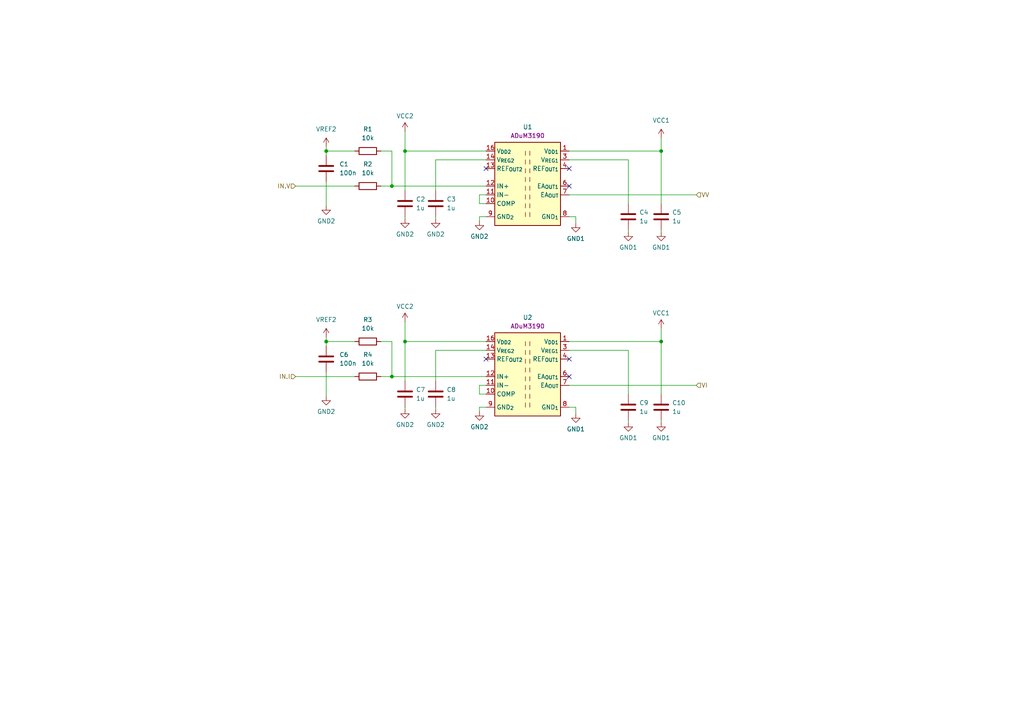
<source format=kicad_sch>
(kicad_sch (version 20231120) (generator "eeschema") (generator_version "8.0")
  (paper "A4")
  (title_block (title "lineScope Isolators ") (date "2024-05-26") (rev "Rev 1.1.0") (company "koszalix"))
  (lib_symbols
    (symbol "ADuM3190_1"
      (property "Reference" "U" (at 37.338 0 0))
      (property "MPN" "ADuM3190" (at 0 0 0))
      (symbol "ADuM3190_1_0_1"
        (polyline (pts (xy 11.43 -17.78) (xy 11.43 -19.05)))
        (polyline (pts (xy 11.43 -16.51) (xy 11.43 -15.24)))
        (polyline (pts (xy 11.43 -12.7) (xy 11.43 -13.97)))
        (polyline (pts (xy 11.43 -11.43) (xy 11.43 -10.16)))
        (polyline (pts (xy 11.43 -7.62) (xy 11.43 -8.89)))
        (polyline (pts (xy 11.43 -6.35) (xy 11.43 -5.08)))
        (polyline (pts (xy 11.43 -2.54) (xy 11.43 -3.81)))
        (polyline (pts (xy 11.43 -1.27) (xy 11.43 0)))
        (polyline (pts (xy 11.43 0) (xy 11.43 0)))
        (polyline (pts (xy 12.7 -17.78) (xy 12.7 -19.05)))
        (polyline (pts (xy 12.7 -16.51) (xy 12.7 -15.24)))
        (polyline (pts (xy 12.7 -12.7) (xy 12.7 -13.97)))
        (polyline (pts (xy 12.7 -11.43) (xy 12.7 -10.16)))
        (polyline (pts (xy 12.7 -7.62) (xy 12.7 -8.89)))
        (polyline (pts (xy 12.7 -6.35) (xy 12.7 -5.08)))
        (polyline (pts (xy 12.7 -2.54) (xy 12.7 -3.81)))
        (polyline (pts (xy 12.7 -1.27) (xy 12.7 0)))
      )
      (symbol "ADuM3190_1_1_1"
        (rectangle (start 2.54 2.54) (end 21.59 -21.59) (stroke (width 0.254)) (fill (type background)))
        (pin power_in line (at 0 0 0) (length 2.54) (name "V_{DD1}") (number "1"))
        (pin output line (at 24.13 -15.24 180) (length 2.54) (name "COMP") (number "10"))
        (pin input line (at 24.13 -12.7 180) (length 2.54) (name "IN-") (number "11"))
        (pin input line (at 24.13 -10.16 180) (length 2.54) (name "IN+") (number "12"))
        (pin power_in line (at 24.13 -5.08 180) (length 2.54) (name "REF_{OUT2}") (number "13"))
        (pin power_out line (at 24.13 -2.54 180) (length 2.54) (name "V_{REG2}") (number "14"))
        (pin passive line (at 24.13 -19.05 180) (length 2.54) hide (name "GND_{2}") (number "15"))
        (pin power_in line (at 24.13 0 180) (length 2.54) (name "V_{DD2}") (number "16"))
        (pin passive line (at 0 -19.05 0) (length 2.54) hide (name "GND_{1}") (number "2"))
        (pin power_out line (at 0 -2.54 0) (length 2.54) (name "V_{REG1}") (number "3"))
        (pin power_in line (at 0 -5.08 0) (length 2.54) (name "REF_{OUT1}") (number "4"))
        (pin no_connect line (at 0 -16.51 0) (length 2.54) hide (name "NC") (number "5"))
        (pin open_collector line (at 0 -10.16 0) (length 2.54) (name "EA_{OUT1}") (number "6"))
        (pin output line (at 0 -12.7 0) (length 2.54) (name "EA_{OUT}") (number "7"))
        (pin power_in line (at 0 -19.05 0) (length 2.54) (name "GND_{1}") (number "8"))
        (pin power_in line (at 24.13 -19.05 180) (length 2.54) (name "GND_{2}") (number "9"))
      )
    )
    (symbol "Koszalix_Capacitors_Ceramic_Walsin_0603:CAP_100n_X7R" (pin_numbers hide) (pin_names (offset 0) hide)
      (property "Reference" "C" (at 3.81 1.27 0))
      (property "Value" "100n" (at 5.08 -1.27 0))
      (symbol "CAP_100n_X7R_0_1"
        (polyline (pts (xy -2.032 -0.762) (xy 2.032 -0.762)) (stroke (width 0.508)))
        (polyline (pts (xy -2.032 0.762) (xy 2.032 0.762)) (stroke (width 0.508)))
      )
      (symbol "CAP_100n_X7R_1_1"
        (pin passive line (at 0 3.81 270) (length 2.794) (name "~") (number "1"))
        (pin passive line (at 0 -3.81 90) (length 2.794) (name "~") (number "2"))
      )
    )
    (symbol "Koszalix_Capacitors_Ceramic_Walsin_0603:CAP_1u_X7R" (pin_numbers hide) (pin_names (offset 0) hide)
      (property "Reference" "C" (at 3.81 1.27 0))
      (property "Value" "1u" (at 5.08 -1.27 0))
      (symbol "CAP_1u_X7R_0_1"
        (polyline (pts (xy -2.032 -0.762) (xy 2.032 -0.762)) (stroke (width 0.508)))
        (polyline (pts (xy -2.032 0.762) (xy 2.032 0.762)) (stroke (width 0.508)))
      )
      (symbol "CAP_1u_X7R_1_1"
        (pin passive line (at 0 3.81 270) (length 2.794) (name "~") (number "1"))
        (pin passive line (at 0 -3.81 90) (length 2.794) (name "~") (number "2"))
      )
    )
    (symbol "Koszalix_Isolators:ADuM3190"
      (property "Reference" "U" (at 37.338 0 0))
      (property "MPN" "ADuM3190" (at 0 0 0))
      (symbol "ADuM3190_0_1"
        (polyline (pts (xy 11.43 -17.78) (xy 11.43 -19.05)))
        (polyline (pts (xy 11.43 -16.51) (xy 11.43 -15.24)))
        (polyline (pts (xy 11.43 -12.7) (xy 11.43 -13.97)))
        (polyline (pts (xy 11.43 -11.43) (xy 11.43 -10.16)))
        (polyline (pts (xy 11.43 -7.62) (xy 11.43 -8.89)))
        (polyline (pts (xy 11.43 -6.35) (xy 11.43 -5.08)))
        (polyline (pts (xy 11.43 -2.54) (xy 11.43 -3.81)))
        (polyline (pts (xy 11.43 -1.27) (xy 11.43 0)))
        (polyline (pts (xy 11.43 0) (xy 11.43 0)))
        (polyline (pts (xy 12.7 -17.78) (xy 12.7 -19.05)))
        (polyline (pts (xy 12.7 -16.51) (xy 12.7 -15.24)))
        (polyline (pts (xy 12.7 -12.7) (xy 12.7 -13.97)))
        (polyline (pts (xy 12.7 -11.43) (xy 12.7 -10.16)))
        (polyline (pts (xy 12.7 -7.62) (xy 12.7 -8.89)))
        (polyline (pts (xy 12.7 -6.35) (xy 12.7 -5.08)))
        (polyline (pts (xy 12.7 -2.54) (xy 12.7 -3.81)))
        (polyline (pts (xy 12.7 -1.27) (xy 12.7 0)))
      )
      (symbol "ADuM3190_1_1"
        (rectangle (start 2.54 2.54) (end 21.59 -21.59) (stroke (width 0.254)) (fill (type background)))
        (pin power_in line (at 0 0 0) (length 2.54) (name "V_{DD1}") (number "1"))
        (pin output line (at 24.13 -15.24 180) (length 2.54) (name "COMP") (number "10"))
        (pin input line (at 24.13 -12.7 180) (length 2.54) (name "IN-") (number "11"))
        (pin input line (at 24.13 -10.16 180) (length 2.54) (name "IN+") (number "12"))
        (pin power_in line (at 24.13 -5.08 180) (length 2.54) (name "REF_{OUT2}") (number "13"))
        (pin power_out line (at 24.13 -2.54 180) (length 2.54) (name "V_{REG2}") (number "14"))
        (pin passive line (at 24.13 -19.05 180) (length 2.54) hide (name "GND_{2}") (number "15"))
        (pin power_in line (at 24.13 0 180) (length 2.54) (name "V_{DD2}") (number "16"))
        (pin passive line (at 0 -19.05 0) (length 2.54) hide (name "GND_{1}") (number "2"))
        (pin power_out line (at 0 -2.54 0) (length 2.54) (name "V_{REG1}") (number "3"))
        (pin power_in line (at 0 -5.08 0) (length 2.54) (name "REF_{OUT1}") (number "4"))
        (pin no_connect line (at 0 -16.51 0) (length 2.54) hide (name "NC") (number "5"))
        (pin open_collector line (at 0 -10.16 0) (length 2.54) (name "EA_{OUT1}") (number "6"))
        (pin output line (at 0 -12.7 0) (length 2.54) (name "EA_{OUT}") (number "7"))
        (pin power_in line (at 0 -19.05 0) (length 2.54) (name "GND_{1}") (number "8"))
        (pin power_in line (at 24.13 -19.05 180) (length 2.54) (name "GND_{2}") (number "9"))
      )
    )
    (symbol "Koszalix_PWR_Symbols:VCC1" (power) (in_bom no) (on_board no)
      (property "Value" "VCC1" (at 1.524 1.524 0))
      (symbol "VCC1_0_1"
        (polyline (pts (xy -0.762 1.27) (xy 0 2.54)))
        (polyline (pts (xy 0 0) (xy 0 2.54)))
        (polyline (pts (xy 0 2.54) (xy 0.762 1.27)))
      )
      (symbol "VCC1_1_1"
        (pin power_in line (at 0 0 0) (length 0) hide (name "VCC") (number "1"))
      )
    )
    (symbol "Koszalix_PWR_Symbols:VCC2" (power) (in_bom no) (on_board no)
      (property "Value" "VCC2" (at 0.254 -2.032 0))
      (symbol "VCC2_0_1"
        (polyline (pts (xy -0.762 1.27) (xy 0 2.54)))
        (polyline (pts (xy 0 0) (xy 0 2.54)))
        (polyline (pts (xy 0 2.54) (xy 0.762 1.27)))
      )
      (symbol "VCC2_1_1"
        (pin power_in line (at 0 0 0) (length 0) hide (name "VCC") (number "1"))
      )
    )
    (symbol "Koszalix_PWR_Symbols:VREF2" (power) (in_bom no) (on_board no)
      (property "Value" "VREF2" (at 0.254 -2.032 0))
      (symbol "VREF2_0_1"
        (polyline (pts (xy -0.762 1.27) (xy 0 2.54)))
        (polyline (pts (xy 0 0) (xy 0 2.54)))
        (polyline (pts (xy 0 2.54) (xy 0.762 1.27)))
      )
      (symbol "VREF2_1_1"
        (pin power_in line (at 0 0 0) (length 0) hide (name "VCC") (number "1"))
      )
    )
    (symbol "Koszalix_Resistors_Yageo_RC0603:RES_10k_0603" (pin_numbers hide) (pin_names (offset 0) hide)
      (property "Reference" "R" (at 2.54 1.27 0))
      (property "Value" "10k" (at 2.54 -1.27 0))
      (symbol "RES_10k_0603_0_1"
        (rectangle (start -1.016 -2.54) (end 1.016 2.54) (stroke (width 0.254)))
      )
      (symbol "RES_10k_0603_1_1"
        (pin passive line (at 0 3.81 270) (length 1.27) (name "~") (number "1"))
        (pin passive line (at 0 -3.81 90) (length 1.27) (name "~") (number "2"))
      )
    )
    (symbol "power:GND1" (power) (pin_names (offset 0))
      (property "Value" "GND1" (at 0 -3.81 0))
      (symbol "GND1_0_1"
        (polyline (pts (xy 0 0) (xy 0 -1.27) (xy 1.27 -1.27) (xy 0 -2.54) (xy -1.27 -1.27) (xy 0 -1.27)))
      )
      (symbol "GND1_1_1"
        (pin power_in line (at 0 0 270) (length 0) hide (name "GND1") (number "1"))
      )
    )
    (symbol "power:GND2" (power) (pin_names (offset 0))
      (property "Value" "GND2" (at 0 -3.81 0))
      (symbol "GND2_0_1"
        (polyline (pts (xy 0 0) (xy 0 -1.27) (xy 1.27 -1.27) (xy 0 -2.54) (xy -1.27 -1.27) (xy 0 -1.27)))
      )
      (symbol "GND2_1_1"
        (pin power_in line (at 0 0 270) (length 0) hide (name "GND2") (number "1"))
      )
    )
  )
  (junction (at 191.77 43.815))
  (junction (at 191.77 99.06))
  (junction (at 94.615 99.06))
  (junction (at 94.615 43.815))
  (junction (at 113.665 53.975))
  (junction (at 117.475 43.815))
  (junction (at 117.475 99.06))
  (junction (at 113.665 109.22))
  (no_connect (at 165.1 109.22))
  (no_connect (at 165.1 48.895))
  (no_connect (at 140.97 48.895))
  (no_connect (at 165.1 104.14))
  (no_connect (at 140.97 104.14))
  (no_connect (at 165.1 53.975))
  (wire (pts (xy 191.77 67.31) (xy 191.77 66.675)))
  (wire (pts (xy 165.1 99.06) (xy 191.77 99.06)))
  (wire (pts (xy 113.665 99.06) (xy 113.665 109.22)))
  (wire (pts (xy 191.77 43.815) (xy 191.77 59.055)))
  (wire (pts (xy 117.475 43.815) (xy 117.475 55.245)))
  (wire (pts (xy 117.475 63.5) (xy 117.475 62.865)))
  (wire (pts (xy 139.065 111.76) (xy 140.97 111.76)))
  (wire (pts (xy 110.49 99.06) (xy 113.665 99.06)))
  (wire (pts (xy 85.725 109.22) (xy 102.87 109.22)))
  (wire (pts (xy 182.245 114.3) (xy 182.245 101.6)))
  (wire (pts (xy 139.065 64.135) (xy 139.065 62.865)))
  (wire (pts (xy 117.475 99.06) (xy 140.97 99.06)))
  (wire (pts (xy 94.615 97.79) (xy 94.615 99.06)))
  (wire (pts (xy 110.49 43.815) (xy 113.665 43.815)))
  (wire (pts (xy 110.49 109.22) (xy 113.665 109.22)))
  (wire (pts (xy 167.005 62.865) (xy 165.1 62.865)))
  (wire (pts (xy 191.77 122.555) (xy 191.77 121.92)))
  (wire (pts (xy 126.365 101.6) (xy 140.97 101.6)))
  (wire (pts (xy 117.475 38.1) (xy 117.475 43.815)))
  (wire (pts (xy 94.615 43.815) (xy 102.87 43.815)))
  (wire (pts (xy 94.615 99.06) (xy 102.87 99.06)))
  (wire (pts (xy 117.475 43.815) (xy 140.97 43.815)))
  (wire (pts (xy 167.005 118.11) (xy 165.1 118.11)))
  (wire (pts (xy 110.49 53.975) (xy 113.665 53.975)))
  (wire (pts (xy 113.665 43.815) (xy 113.665 53.975)))
  (wire (pts (xy 165.1 101.6) (xy 182.245 101.6)))
  (wire (pts (xy 139.065 118.11) (xy 140.97 118.11)))
  (wire (pts (xy 165.1 43.815) (xy 191.77 43.815)))
  (wire (pts (xy 94.615 42.545) (xy 94.615 43.815)))
  (wire (pts (xy 182.245 67.31) (xy 182.245 66.675)))
  (wire (pts (xy 126.365 55.245) (xy 126.365 46.355)))
  (wire (pts (xy 94.615 99.06) (xy 94.615 100.33)))
  (wire (pts (xy 167.005 64.77) (xy 167.005 62.865)))
  (wire (pts (xy 165.1 111.76) (xy 201.93 111.76)))
  (wire (pts (xy 117.475 93.345) (xy 117.475 99.06)))
  (wire (pts (xy 165.1 46.355) (xy 182.245 46.355)))
  (wire (pts (xy 117.475 118.745) (xy 117.475 118.11)))
  (wire (pts (xy 182.245 122.555) (xy 182.245 121.92)))
  (wire (pts (xy 126.365 118.745) (xy 126.365 118.11)))
  (wire (pts (xy 191.77 95.25) (xy 191.77 99.06)))
  (wire (pts (xy 94.615 52.705) (xy 94.615 59.69)))
  (wire (pts (xy 126.365 46.355) (xy 140.97 46.355)))
  (wire (pts (xy 139.065 62.865) (xy 140.97 62.865)))
  (wire (pts (xy 191.77 40.005) (xy 191.77 43.815)))
  (wire (pts (xy 139.065 56.515) (xy 139.065 59.055)))
  (wire (pts (xy 139.065 59.055) (xy 140.97 59.055)))
  (wire (pts (xy 113.665 109.22) (xy 140.97 109.22)))
  (wire (pts (xy 126.365 63.5) (xy 126.365 62.865)))
  (wire (pts (xy 113.665 53.975) (xy 140.97 53.975)))
  (wire (pts (xy 165.1 56.515) (xy 201.93 56.515)))
  (wire (pts (xy 139.065 119.38) (xy 139.065 118.11)))
  (wire (pts (xy 117.475 99.06) (xy 117.475 110.49)))
  (wire (pts (xy 85.725 53.975) (xy 102.87 53.975)))
  (wire (pts (xy 139.065 56.515) (xy 140.97 56.515)))
  (wire (pts (xy 191.77 99.06) (xy 191.77 114.3)))
  (wire (pts (xy 139.065 111.76) (xy 139.065 114.3)))
  (wire (pts (xy 167.005 120.015) (xy 167.005 118.11)))
  (wire (pts (xy 94.615 43.815) (xy 94.615 45.085)))
  (wire (pts (xy 139.065 114.3) (xy 140.97 114.3)))
  (wire (pts (xy 94.615 107.95) (xy 94.615 114.935)))
  (wire (pts (xy 126.365 110.49) (xy 126.365 101.6)))
  (wire (pts (xy 182.245 59.055) (xy 182.245 46.355)))
  (hierarchical_label "IN.V" (shape input) (at 85.725 53.975 180))
  (hierarchical_label "VI" (shape input) (at 201.93 111.76 0))
  (hierarchical_label "IN.I" (shape input) (at 85.725 109.22 180))
  (hierarchical_label "VV" (shape input) (at 201.93 56.515 0))
  (symbol (lib_id "Koszalix_PWR_Symbols:VCC2") (at 117.475 38.1 0) (unit 1) (in_bom no) (on_board no)
    (property "Reference" "#PWR01" (effects (hide yes)))
    (property "Value" "VCC2" (at 117.475 33.655 0))
  )
  (symbol (lib_id "Koszalix_PWR_Symbols:VCC2") (at 117.475 93.345 0) (unit 1) (in_bom no) (on_board no)
    (property "Reference" "#PWR011" (effects (hide yes)))
    (property "Value" "VCC2" (at 117.475 88.9 0))
  )
  (symbol (lib_id "Koszalix_Capacitors_Ceramic_Walsin_0603:CAP_1u_X7R") (at 191.77 62.865 0) (unit 1)
    (property "Reference" "C5" (at 194.945 61.5949 0) (effects (justify left)))
    (property "Value" "1u" (at 194.945 64.1349 0) (effects (justify left)))
    (property "Footprint" "Capacitor_SMD:C_0603_1608Metric" (effects (hide yes)))
    (property "Datasheet" "https://www.tme.eu/Document/e45476bf270793f696988c4e93ce1237/ASC_General_Purpose.pdf" (effects (hide yes)))
    (property "Description" "SMD Capacitor" (effects (hide yes)))
    (property "Manufacturer" "Walsin" (effects (hide yes)))
    (property "MPN" "0603B105K500CT" (effects (hide yes)))
    (property "Tolerance" "10%" (effects (hide yes)))
    (property "Rated voltage" "50V" (effects (hide yes)))
    (property "Operating temperature" "-55°C to +125°C " (effects (hide yes)))
    (property "Capacitance characteristic" "±15%" (effects (hide yes)))
  )
  (symbol (lib_id "Koszalix_Resistors_Yageo_RC0603:RES_10k_0603") (at 106.68 109.22 90) (unit 1)
    (property "Reference" "R4" (at 106.68 102.87 90))
    (property "Value" "10k" (at 106.68 105.41 90))
    (property "Footprint" "Resistor_SMD:R_0603_1608Metric" (effects (hide yes)))
    (property "Datasheet" "https://www.tme.eu/Document/d2a72e545e5c8eb7bf2a04fa97535928/rc0603yageo.pdf" (effects (hide yes)))
    (property "Description" "SMD Resistor" (effects (hide yes)))
    (property "Manufacturer" "YAGEO" (effects (hide yes)))
    (property "MPN" "RC0603FR-0710k" (effects (hide yes)))
    (property "Maximum Working Voltage " "50 V" (effects (hide yes)))
    (property "Maximum Overload Voltage" "100 V" (effects (hide yes)))
    (property "Dielectric Withstanding Voltage " "100 V" (effects (hide yes)))
    (property "Temperature Coefficient" "200ppm" (effects (hide yes)))
    (property "Operating Temperature Range" "–55 °C to +155 °C" (effects (hide yes)))
    (property "Tolerance" "1%" (effects (hide yes)))
  )
  (symbol (lib_id "Koszalix_Capacitors_Ceramic_Walsin_0603:CAP_100n_X7R") (at 94.615 48.895 0) (unit 1)
    (property "Reference" "C1" (at 98.425 47.6249 0) (effects (justify left)))
    (property "Value" "100n" (at 98.425 50.1649 0) (effects (justify left)))
    (property "Footprint" "Capacitor_SMD:C_0603_1608Metric" (effects (hide yes)))
    (property "Datasheet" "https://www.tme.eu/Document/e45476bf270793f696988c4e93ce1237/ASC_General_Purpose.pdf" (effects (hide yes)))
    (property "Description" "SMD Capacitor" (effects (hide yes)))
    (property "Manufacturer" "Walsin" (effects (hide yes)))
    (property "MPN" "0603B104K500CT" (effects (hide yes)))
    (property "Tolerance" "10%" (effects (hide yes)))
    (property "Rated voltage" "50V" (effects (hide yes)))
    (property "Operating temperature" "-55°C to +125°C " (effects (hide yes)))
    (property "Capacitance characteristic" "±15%" (effects (hide yes)))
  )
  (symbol (lib_id "power:GND2") (at 139.065 64.135 0) (unit 1)
    (property "Reference" "#PWR07" (effects (hide yes)))
    (property "Value" "GND2" (at 139.065 68.58 0))
    (property "Description" "Power symbol creates a global label with name \"GND2\" , ground" (effects (hide yes)))
  )
  (symbol (lib_id "power:GND2") (at 139.065 119.38 0) (unit 1)
    (property "Reference" "#PWR017" (effects (hide yes)))
    (property "Value" "GND2" (at 139.065 123.825 0))
    (property "Description" "Power symbol creates a global label with name \"GND2\" , ground" (effects (hide yes)))
  )
  (symbol (lib_id "Koszalix_Capacitors_Ceramic_Walsin_0603:CAP_1u_X7R") (at 117.475 59.055 0) (unit 1)
    (property "Reference" "C2" (at 120.65 57.7849 0) (effects (justify left)))
    (property "Value" "1u" (at 120.65 60.3249 0) (effects (justify left)))
    (property "Footprint" "Capacitor_SMD:C_0603_1608Metric" (effects (hide yes)))
    (property "Datasheet" "https://www.tme.eu/Document/e45476bf270793f696988c4e93ce1237/ASC_General_Purpose.pdf" (effects (hide yes)))
    (property "Description" "SMD Capacitor" (effects (hide yes)))
    (property "Manufacturer" "Walsin" (effects (hide yes)))
    (property "MPN" "0603B105K500CT" (effects (hide yes)))
    (property "Tolerance" "10%" (effects (hide yes)))
    (property "Rated voltage" "50V" (effects (hide yes)))
    (property "Operating temperature" "-55°C to +125°C " (effects (hide yes)))
    (property "Capacitance characteristic" "±15%" (effects (hide yes)))
  )
  (symbol (lib_id "Koszalix_Capacitors_Ceramic_Walsin_0603:CAP_100n_X7R") (at 94.615 104.14 0) (unit 1)
    (property "Reference" "C6" (at 98.425 102.8699 0) (effects (justify left)))
    (property "Value" "100n" (at 98.425 105.4099 0) (effects (justify left)))
    (property "Footprint" "Capacitor_SMD:C_0603_1608Metric" (effects (hide yes)))
    (property "Datasheet" "https://www.tme.eu/Document/e45476bf270793f696988c4e93ce1237/ASC_General_Purpose.pdf" (effects (hide yes)))
    (property "Description" "SMD Capacitor" (effects (hide yes)))
    (property "Manufacturer" "Walsin" (effects (hide yes)))
    (property "MPN" "0603B104K500CT" (effects (hide yes)))
    (property "Tolerance" "10%" (effects (hide yes)))
    (property "Rated voltage" "50V" (effects (hide yes)))
    (property "Operating temperature" "-55°C to +125°C " (effects (hide yes)))
    (property "Capacitance characteristic" "±15%" (effects (hide yes)))
  )
  (symbol (lib_id "power:GND1") (at 167.005 64.77 0) (unit 1)
    (property "Reference" "#PWR08" (effects (hide yes)))
    (property "Value" "GND1" (at 167.005 69.215 0))
    (property "Description" "Power symbol creates a global label with name \"GND1\" , ground" (effects (hide yes)))
  )
  (symbol (lib_id "Koszalix_PWR_Symbols:VCC1") (at 191.77 95.25 0) (unit 1) (in_bom no) (on_board no)
    (property "Reference" "#PWR012" (effects (hide yes)))
    (property "Value" "VCC1" (at 191.77 90.805 0))
  )
  (symbol (lib_id "power:GND2") (at 117.475 63.5 0) (unit 1)
    (property "Reference" "#PWR05" (effects (hide yes)))
    (property "Value" "GND2" (at 117.475 67.945 0))
    (property "Description" "Power symbol creates a global label with name \"GND2\" , ground" (effects (hide yes)))
  )
  (symbol (lib_id "Koszalix_Capacitors_Ceramic_Walsin_0603:CAP_1u_X7R") (at 191.77 118.11 0) (unit 1)
    (property "Reference" "C10" (at 194.945 116.8399 0) (effects (justify left)))
    (property "Value" "1u" (at 194.945 119.3799 0) (effects (justify left)))
    (property "Footprint" "Capacitor_SMD:C_0603_1608Metric" (effects (hide yes)))
    (property "Datasheet" "https://www.tme.eu/Document/e45476bf270793f696988c4e93ce1237/ASC_General_Purpose.pdf" (effects (hide yes)))
    (property "Description" "SMD Capacitor" (effects (hide yes)))
    (property "Manufacturer" "Walsin" (effects (hide yes)))
    (property "MPN" "0603B105K500CT" (effects (hide yes)))
    (property "Tolerance" "10%" (effects (hide yes)))
    (property "Rated voltage" "50V" (effects (hide yes)))
    (property "Operating temperature" "-55°C to +125°C " (effects (hide yes)))
    (property "Capacitance characteristic" "±15%" (effects (hide yes)))
  )
  (symbol (lib_id "Koszalix_Capacitors_Ceramic_Walsin_0603:CAP_1u_X7R") (at 126.365 114.3 0) (unit 1)
    (property "Reference" "C8" (at 129.54 113.0299 0) (effects (justify left)))
    (property "Value" "1u" (at 129.54 115.5699 0) (effects (justify left)))
    (property "Footprint" "Capacitor_SMD:C_0603_1608Metric" (effects (hide yes)))
    (property "Datasheet" "https://www.tme.eu/Document/e45476bf270793f696988c4e93ce1237/ASC_General_Purpose.pdf" (effects (hide yes)))
    (property "Description" "SMD Capacitor" (effects (hide yes)))
    (property "Manufacturer" "Walsin" (effects (hide yes)))
    (property "MPN" "0603B105K500CT" (effects (hide yes)))
    (property "Tolerance" "10%" (effects (hide yes)))
    (property "Rated voltage" "50V" (effects (hide yes)))
    (property "Operating temperature" "-55°C to +125°C " (effects (hide yes)))
    (property "Capacitance characteristic" "±15%" (effects (hide yes)))
  )
  (symbol (lib_id "Koszalix_Resistors_Yageo_RC0603:RES_10k_0603") (at 106.68 43.815 90) (unit 1)
    (property "Reference" "R1" (at 106.68 37.465 90))
    (property "Value" "10k" (at 106.68 40.005 90))
    (property "Footprint" "Resistor_SMD:R_0603_1608Metric" (effects (hide yes)))
    (property "Datasheet" "https://www.tme.eu/Document/d2a72e545e5c8eb7bf2a04fa97535928/rc0603yageo.pdf" (effects (hide yes)))
    (property "Description" "SMD Resistor" (effects (hide yes)))
    (property "Manufacturer" "YAGEO" (effects (hide yes)))
    (property "MPN" "RC0603FR-0710k" (effects (hide yes)))
    (property "Maximum Working Voltage " "50 V" (effects (hide yes)))
    (property "Maximum Overload Voltage" "100 V" (effects (hide yes)))
    (property "Dielectric Withstanding Voltage " "100 V" (effects (hide yes)))
    (property "Temperature Coefficient" "200ppm" (effects (hide yes)))
    (property "Operating Temperature Range" "–55 °C to +155 °C" (effects (hide yes)))
    (property "Tolerance" "1%" (effects (hide yes)))
  )
  (symbol (lib_id "power:GND1") (at 182.245 67.31 0) (unit 1)
    (property "Reference" "#PWR09" (effects (hide yes)))
    (property "Value" "GND1" (at 182.245 71.755 0))
    (property "Description" "Power symbol creates a global label with name \"GND1\" , ground" (effects (hide yes)))
  )
  (symbol (lib_id "power:GND2") (at 94.615 114.935 0) (unit 1)
    (property "Reference" "#PWR014" (effects (hide yes)))
    (property "Value" "GND2" (at 94.615 119.38 0))
    (property "Description" "Power symbol creates a global label with name \"GND2\" , ground" (effects (hide yes)))
  )
  (symbol (lib_id "Koszalix_PWR_Symbols:VREF2") (at 94.615 97.79 0) (unit 1) (in_bom no) (on_board no)
    (property "Reference" "#PWR013" (effects (hide yes)))
    (property "Value" "VREF2" (at 94.615 92.71 0))
  )
  (symbol (lib_id "Koszalix_Capacitors_Ceramic_Walsin_0603:CAP_1u_X7R") (at 126.365 59.055 0) (unit 1)
    (property "Reference" "C3" (at 129.54 57.7849 0) (effects (justify left)))
    (property "Value" "1u" (at 129.54 60.3249 0) (effects (justify left)))
    (property "Footprint" "Capacitor_SMD:C_0603_1608Metric" (effects (hide yes)))
    (property "Datasheet" "https://www.tme.eu/Document/e45476bf270793f696988c4e93ce1237/ASC_General_Purpose.pdf" (effects (hide yes)))
    (property "Description" "SMD Capacitor" (effects (hide yes)))
    (property "Manufacturer" "Walsin" (effects (hide yes)))
    (property "MPN" "0603B105K500CT" (effects (hide yes)))
    (property "Tolerance" "10%" (effects (hide yes)))
    (property "Rated voltage" "50V" (effects (hide yes)))
    (property "Operating temperature" "-55°C to +125°C " (effects (hide yes)))
    (property "Capacitance characteristic" "±15%" (effects (hide yes)))
  )
  (symbol (lib_id "Koszalix_Capacitors_Ceramic_Walsin_0603:CAP_1u_X7R") (at 182.245 62.865 0) (unit 1)
    (property "Reference" "C4" (at 185.42 61.5949 0) (effects (justify left)))
    (property "Value" "1u" (at 185.42 64.1349 0) (effects (justify left)))
    (property "Footprint" "Capacitor_SMD:C_0603_1608Metric" (effects (hide yes)))
    (property "Datasheet" "https://www.tme.eu/Document/e45476bf270793f696988c4e93ce1237/ASC_General_Purpose.pdf" (effects (hide yes)))
    (property "Description" "SMD Capacitor" (effects (hide yes)))
    (property "Manufacturer" "Walsin" (effects (hide yes)))
    (property "MPN" "0603B105K500CT" (effects (hide yes)))
    (property "Tolerance" "10%" (effects (hide yes)))
    (property "Rated voltage" "50V" (effects (hide yes)))
    (property "Operating temperature" "-55°C to +125°C " (effects (hide yes)))
    (property "Capacitance characteristic" "±15%" (effects (hide yes)))
  )
  (symbol (lib_id "power:GND2") (at 117.475 118.745 0) (unit 1)
    (property "Reference" "#PWR015" (effects (hide yes)))
    (property "Value" "GND2" (at 117.475 123.19 0))
    (property "Description" "Power symbol creates a global label with name \"GND2\" , ground" (effects (hide yes)))
  )
  (symbol (lib_name "ADuM3190_1") (lib_id "Koszalix_Isolators:ADuM3190") (at 165.1 43.815 0) (mirror y) (unit 1)
    (property "Reference" "U1" (at 153.035 36.83 0))
    (property "Value" "ADuM3190" (effects (hide yes)))
    (property "Footprint" "Package_SO:QSOP-16_3.9x4.9mm_P0.635mm" (effects (hide yes)))
    (property "Datasheet" "https://www.analog.com/media/en/technical-documentation/data-sheets/ADuM3190.pdf" (effects (hide yes)))
    (property "MPN" "ADuM3190" (at 153.035 39.37 0))
    (property "Manufacturer" "AnalogDevices" (effects (hide yes)))
  )
  (symbol (lib_id "power:GND1") (at 182.245 122.555 0) (unit 1)
    (property "Reference" "#PWR019" (effects (hide yes)))
    (property "Value" "GND1" (at 182.245 127 0))
    (property "Description" "Power symbol creates a global label with name \"GND1\" , ground" (effects (hide yes)))
  )
  (symbol (lib_id "power:GND1") (at 191.77 122.555 0) (unit 1)
    (property "Reference" "#PWR020" (effects (hide yes)))
    (property "Value" "GND1" (at 191.77 127 0))
    (property "Description" "Power symbol creates a global label with name \"GND1\" , ground" (effects (hide yes)))
  )
  (symbol (lib_id "power:GND2") (at 94.615 59.69 0) (unit 1)
    (property "Reference" "#PWR04" (effects (hide yes)))
    (property "Value" "GND2" (at 94.615 64.135 0))
    (property "Description" "Power symbol creates a global label with name \"GND2\" , ground" (effects (hide yes)))
  )
  (symbol (lib_id "power:GND2") (at 126.365 118.745 0) (unit 1)
    (property "Reference" "#PWR016" (effects (hide yes)))
    (property "Value" "GND2" (at 126.365 123.19 0))
    (property "Description" "Power symbol creates a global label with name \"GND2\" , ground" (effects (hide yes)))
  )
  (symbol (lib_id "power:GND1") (at 191.77 67.31 0) (unit 1)
    (property "Reference" "#PWR010" (effects (hide yes)))
    (property "Value" "GND1" (at 191.77 71.755 0))
    (property "Description" "Power symbol creates a global label with name \"GND1\" , ground" (effects (hide yes)))
  )
  (symbol (lib_id "Koszalix_Resistors_Yageo_RC0603:RES_10k_0603") (at 106.68 53.975 90) (unit 1)
    (property "Reference" "R2" (at 106.68 47.625 90))
    (property "Value" "10k" (at 106.68 50.165 90))
    (property "Footprint" "Resistor_SMD:R_0603_1608Metric" (effects (hide yes)))
    (property "Datasheet" "https://www.tme.eu/Document/d2a72e545e5c8eb7bf2a04fa97535928/rc0603yageo.pdf" (effects (hide yes)))
    (property "Description" "SMD Resistor" (effects (hide yes)))
    (property "Manufacturer" "YAGEO" (effects (hide yes)))
    (property "MPN" "RC0603FR-0710k" (effects (hide yes)))
    (property "Maximum Working Voltage " "50 V" (effects (hide yes)))
    (property "Maximum Overload Voltage" "100 V" (effects (hide yes)))
    (property "Dielectric Withstanding Voltage " "100 V" (effects (hide yes)))
    (property "Temperature Coefficient" "200ppm" (effects (hide yes)))
    (property "Operating Temperature Range" "–55 °C to +155 °C" (effects (hide yes)))
    (property "Tolerance" "1%" (effects (hide yes)))
  )
  (symbol (lib_id "Koszalix_Capacitors_Ceramic_Walsin_0603:CAP_1u_X7R") (at 117.475 114.3 0) (unit 1)
    (property "Reference" "C7" (at 120.65 113.0299 0) (effects (justify left)))
    (property "Value" "1u" (at 120.65 115.5699 0) (effects (justify left)))
    (property "Footprint" "Capacitor_SMD:C_0603_1608Metric" (effects (hide yes)))
    (property "Datasheet" "https://www.tme.eu/Document/e45476bf270793f696988c4e93ce1237/ASC_General_Purpose.pdf" (effects (hide yes)))
    (property "Description" "SMD Capacitor" (effects (hide yes)))
    (property "Manufacturer" "Walsin" (effects (hide yes)))
    (property "MPN" "0603B105K500CT" (effects (hide yes)))
    (property "Tolerance" "10%" (effects (hide yes)))
    (property "Rated voltage" "50V" (effects (hide yes)))
    (property "Operating temperature" "-55°C to +125°C " (effects (hide yes)))
    (property "Capacitance characteristic" "±15%" (effects (hide yes)))
  )
  (symbol (lib_id "power:GND1") (at 167.005 120.015 0) (unit 1)
    (property "Reference" "#PWR018" (effects (hide yes)))
    (property "Value" "GND1" (at 167.005 124.46 0))
    (property "Description" "Power symbol creates a global label with name \"GND1\" , ground" (effects (hide yes)))
  )
  (symbol (lib_id "power:GND2") (at 126.365 63.5 0) (unit 1)
    (property "Reference" "#PWR06" (effects (hide yes)))
    (property "Value" "GND2" (at 126.365 67.945 0))
    (property "Description" "Power symbol creates a global label with name \"GND2\" , ground" (effects (hide yes)))
  )
  (symbol (lib_id "Koszalix_PWR_Symbols:VREF2") (at 94.615 42.545 0) (unit 1) (in_bom no) (on_board no)
    (property "Reference" "#PWR03" (effects (hide yes)))
    (property "Value" "VREF2" (at 94.615 37.465 0))
  )
  (symbol (lib_id "Koszalix_Isolators:ADuM3190") (at 165.1 99.06 0) (mirror y) (unit 1)
    (property "Reference" "U2" (at 153.035 92.075 0))
    (property "Value" "ADuM3190" (effects (hide yes)))
    (property "Footprint" "Package_SO:QSOP-16_3.9x4.9mm_P0.635mm" (effects (hide yes)))
    (property "Datasheet" "https://www.analog.com/media/en/technical-documentation/data-sheets/ADuM3190.pdf" (effects (hide yes)))
    (property "MPN" "ADuM3190" (at 153.035 94.615 0))
    (property "Manufacturer" "AnalogDevices" (effects (hide yes)))
  )
  (symbol (lib_id "Koszalix_PWR_Symbols:VCC1") (at 191.77 40.005 0) (unit 1) (in_bom no) (on_board no)
    (property "Reference" "#PWR02" (effects (hide yes)))
    (property "Value" "VCC1" (at 191.77 34.925 0))
  )
  (symbol (lib_id "Koszalix_Resistors_Yageo_RC0603:RES_10k_0603") (at 106.68 99.06 90) (unit 1)
    (property "Reference" "R3" (at 106.68 92.71 90))
    (property "Value" "10k" (at 106.68 95.25 90))
    (property "Footprint" "Resistor_SMD:R_0603_1608Metric" (effects (hide yes)))
    (property "Datasheet" "https://www.tme.eu/Document/d2a72e545e5c8eb7bf2a04fa97535928/rc0603yageo.pdf" (effects (hide yes)))
    (property "Description" "SMD Resistor" (effects (hide yes)))
    (property "Manufacturer" "YAGEO" (effects (hide yes)))
    (property "MPN" "RC0603FR-0710k" (effects (hide yes)))
    (property "Maximum Working Voltage " "50 V" (effects (hide yes)))
    (property "Maximum Overload Voltage" "100 V" (effects (hide yes)))
    (property "Dielectric Withstanding Voltage " "100 V" (effects (hide yes)))
    (property "Temperature Coefficient" "200ppm" (effects (hide yes)))
    (property "Operating Temperature Range" "–55 °C to +155 °C" (effects (hide yes)))
    (property "Tolerance" "1%" (effects (hide yes)))
  )
  (symbol (lib_id "Koszalix_Capacitors_Ceramic_Walsin_0603:CAP_1u_X7R") (at 182.245 118.11 0) (unit 1)
    (property "Reference" "C9" (at 185.42 116.8399 0) (effects (justify left)))
    (property "Value" "1u" (at 185.42 119.3799 0) (effects (justify left)))
    (property "Footprint" "Capacitor_SMD:C_0603_1608Metric" (effects (hide yes)))
    (property "Datasheet" "https://www.tme.eu/Document/e45476bf270793f696988c4e93ce1237/ASC_General_Purpose.pdf" (effects (hide yes)))
    (property "Description" "SMD Capacitor" (effects (hide yes)))
    (property "Manufacturer" "Walsin" (effects (hide yes)))
    (property "MPN" "0603B105K500CT" (effects (hide yes)))
    (property "Tolerance" "10%" (effects (hide yes)))
    (property "Rated voltage" "50V" (effects (hide yes)))
    (property "Operating temperature" "-55°C to +125°C " (effects (hide yes)))
    (property "Capacitance characteristic" "±15%" (effects (hide yes)))
  )
)
</source>
